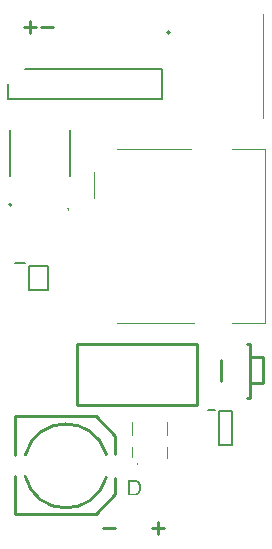
<source format=gto>
G04*
G04 #@! TF.GenerationSoftware,Altium Limited,Altium Designer,18.0.7 (293)*
G04*
G04 Layer_Color=65535*
%FSLAX25Y25*%
%MOIN*%
G70*
G01*
G75*
%ADD10C,0.00394*%
%ADD11C,0.00787*%
%ADD12C,0.01000*%
%ADD13C,0.00500*%
G36*
X466500Y470000D02*
D01*
D02*
G37*
G36*
X433147Y430613D02*
X433295Y430606D01*
X433443Y430591D01*
X433591Y430569D01*
X433717Y430547D01*
X433724D01*
X433739Y430539D01*
X433761D01*
X433791Y430525D01*
X433872Y430502D01*
X433976Y430465D01*
X434094Y430414D01*
X434220Y430347D01*
X434346Y430273D01*
X434464Y430177D01*
X434472Y430169D01*
X434479Y430162D01*
X434501Y430140D01*
X434531Y430118D01*
X434605Y430044D01*
X434694Y429940D01*
X434790Y429814D01*
X434894Y429666D01*
X434990Y429496D01*
X435071Y429304D01*
Y429296D01*
X435079Y429281D01*
X435093Y429252D01*
X435101Y429207D01*
X435123Y429156D01*
X435138Y429096D01*
X435153Y429030D01*
X435175Y428948D01*
X435197Y428867D01*
X435212Y428771D01*
X435249Y428564D01*
X435271Y428334D01*
X435278Y428083D01*
Y428075D01*
Y428060D01*
Y428023D01*
Y427986D01*
X435271Y427935D01*
Y427875D01*
X435264Y427735D01*
X435241Y427572D01*
X435219Y427402D01*
X435182Y427224D01*
X435138Y427047D01*
Y427039D01*
X435130Y427024D01*
X435123Y427002D01*
X435116Y426973D01*
X435086Y426891D01*
X435042Y426788D01*
X434997Y426669D01*
X434938Y426551D01*
X434864Y426425D01*
X434790Y426307D01*
X434783Y426292D01*
X434753Y426255D01*
X434709Y426203D01*
X434649Y426136D01*
X434583Y426062D01*
X434501Y425988D01*
X434420Y425907D01*
X434324Y425840D01*
X434309Y425833D01*
X434279Y425811D01*
X434228Y425781D01*
X434154Y425744D01*
X434065Y425700D01*
X433961Y425663D01*
X433843Y425618D01*
X433710Y425581D01*
X433695D01*
X433673Y425574D01*
X433650Y425567D01*
X433576Y425559D01*
X433473Y425544D01*
X433354Y425530D01*
X433214Y425515D01*
X433058Y425507D01*
X432888Y425500D01*
X431046D01*
Y430621D01*
X433014D01*
X433147Y430613D01*
D02*
G37*
%LPC*%
G36*
X432910Y430014D02*
X431726D01*
Y426107D01*
X432940D01*
X432992Y426114D01*
X433103Y426122D01*
X433229Y426129D01*
X433362Y426144D01*
X433495Y426166D01*
X433606Y426196D01*
X433621Y426203D01*
X433658Y426210D01*
X433710Y426233D01*
X433776Y426262D01*
X433850Y426307D01*
X433924Y426351D01*
X433998Y426403D01*
X434072Y426462D01*
X434080Y426477D01*
X434109Y426506D01*
X434154Y426558D01*
X434205Y426632D01*
X434265Y426728D01*
X434331Y426839D01*
X434390Y426965D01*
X434442Y427106D01*
Y427113D01*
X434450Y427128D01*
X434457Y427150D01*
X434464Y427180D01*
X434472Y427217D01*
X434487Y427269D01*
X434501Y427320D01*
X434516Y427380D01*
X434538Y427528D01*
X434561Y427698D01*
X434575Y427890D01*
X434583Y428097D01*
Y428105D01*
Y428134D01*
Y428171D01*
X434575Y428231D01*
Y428297D01*
X434568Y428371D01*
X434561Y428460D01*
X434553Y428549D01*
X434516Y428749D01*
X434472Y428956D01*
X434405Y429148D01*
X434361Y429244D01*
X434316Y429326D01*
Y429333D01*
X434302Y429348D01*
X434287Y429370D01*
X434272Y429400D01*
X434213Y429474D01*
X434139Y429563D01*
X434043Y429659D01*
X433932Y429755D01*
X433806Y429836D01*
X433673Y429903D01*
X433658Y429910D01*
X433621Y429918D01*
X433554Y429940D01*
X433458Y429962D01*
X433340Y429977D01*
X433192Y429999D01*
X433103Y430007D01*
X433007D01*
X432910Y430014D01*
D02*
G37*
%LPD*%
D10*
X434164Y435731D02*
G03*
X434065Y436128I-49J199D01*
G01*
D02*
G03*
X434164Y435731I49J-199D01*
G01*
X443905Y445575D02*
Y449905D01*
Y438095D02*
Y441638D01*
X432094Y438291D02*
Y441638D01*
Y445575D02*
Y449905D01*
X475945Y551402D02*
Y586008D01*
X427331Y482965D02*
X452921D01*
X427331D02*
X452921D01*
X465717D02*
X476543D01*
X465717D02*
X476543D01*
Y541035D01*
Y482965D02*
Y541035D01*
X465717D02*
X476543D01*
X465717D02*
X476543D01*
X427331D02*
X451937D01*
X427331D02*
X451937D01*
X419457Y524598D02*
Y533457D01*
Y524598D02*
Y533457D01*
D11*
X392032Y522354D02*
G03*
X392032Y522354I-394J0D01*
G01*
X444842Y579827D02*
G03*
X444055Y579827I-394J0D01*
G01*
D02*
G03*
X444842Y579827I394J0D01*
G01*
X410992Y520661D02*
G03*
X410992Y521055I0J197D01*
G01*
D02*
G03*
X410992Y520661I0J-197D01*
G01*
D02*
G03*
X410992Y521055I0J197D01*
G01*
X457693Y453945D02*
X459957D01*
X461335Y442291D02*
Y453709D01*
Y442291D02*
X465665D01*
Y453709D01*
X461335D02*
X465665D01*
X393126Y502921D02*
X396472D01*
X397850Y494063D02*
Y501937D01*
Y494063D02*
X404150D01*
Y501937D01*
X397850D02*
X404150D01*
X390811Y557500D02*
Y562500D01*
Y557500D02*
X442189D01*
Y567500D01*
X396500D02*
X442189D01*
D12*
X423686Y439186D02*
G03*
X396701Y439024I-13470J-3849D01*
G01*
X396625Y431940D02*
G03*
X423706Y431561I13591J3398D01*
G01*
X474500Y463000D02*
X476000D01*
X471500D02*
X472250D01*
X474500D01*
X476000D02*
Y471500D01*
X471500D02*
X476000D01*
X470500Y458000D02*
X471500D01*
Y476000D01*
X470500D02*
X471500D01*
X462000Y463500D02*
Y470500D01*
X414000Y455500D02*
Y476000D01*
Y455500D02*
X454000D01*
Y476000D01*
X414000D02*
X454000D01*
X426716Y439338D02*
Y445338D01*
X420216Y451838D02*
X426716Y445338D01*
X393216Y451838D02*
X420216D01*
X393216Y438838D02*
Y451838D01*
Y419338D02*
Y431838D01*
Y419338D02*
X394716D01*
X420216D01*
X426716Y425838D01*
Y431338D01*
X405811Y581501D02*
X401812D01*
X400311D02*
X396312D01*
X398312Y579502D02*
Y583500D01*
X443000Y414501D02*
X439001D01*
X441001Y412502D02*
Y416500D01*
X426500Y414501D02*
X422501D01*
D13*
X411441Y531823D02*
Y547177D01*
X391559Y531823D02*
Y547177D01*
M02*

</source>
